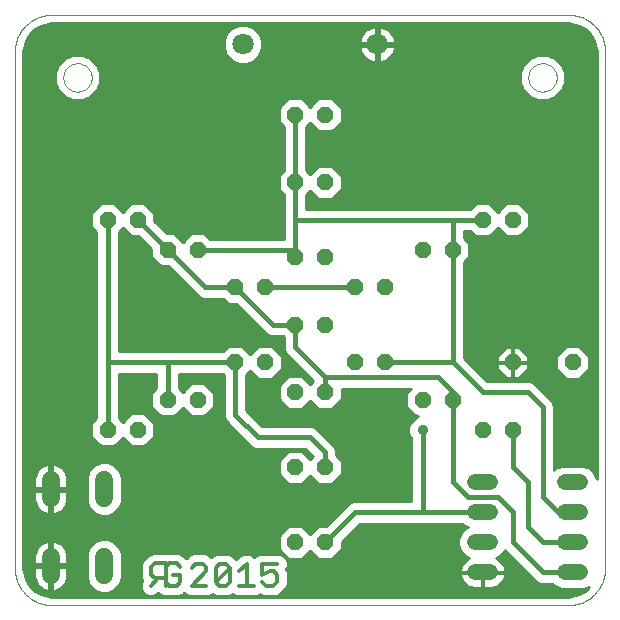
<source format=gtl>
G75*
G70*
%OFA0B0*%
%FSLAX24Y24*%
%IPPOS*%
%LPD*%
%AMOC8*
5,1,8,0,0,1.08239X$1,22.5*
%
%ADD10C,0.0000*%
%ADD11OC8,0.0520*%
%ADD12C,0.0520*%
%ADD13C,0.0600*%
%ADD14C,0.0120*%
%ADD15C,0.0709*%
%ADD16C,0.0160*%
%ADD17C,0.0357*%
%ADD18C,0.0100*%
D10*
X000559Y001809D02*
X000559Y018994D01*
X000561Y019062D01*
X000566Y019129D01*
X000575Y019196D01*
X000588Y019263D01*
X000605Y019328D01*
X000624Y019393D01*
X000648Y019457D01*
X000675Y019519D01*
X000705Y019580D01*
X000738Y019638D01*
X000774Y019695D01*
X000814Y019750D01*
X000856Y019803D01*
X000902Y019854D01*
X000949Y019901D01*
X001000Y019947D01*
X001053Y019989D01*
X001108Y020029D01*
X001165Y020065D01*
X001223Y020098D01*
X001284Y020128D01*
X001346Y020155D01*
X001410Y020179D01*
X001475Y020198D01*
X001540Y020215D01*
X001607Y020228D01*
X001674Y020237D01*
X001741Y020242D01*
X001809Y020244D01*
X018994Y020244D01*
X019062Y020242D01*
X019129Y020237D01*
X019196Y020228D01*
X019263Y020215D01*
X019328Y020198D01*
X019393Y020179D01*
X019457Y020155D01*
X019519Y020128D01*
X019580Y020098D01*
X019638Y020065D01*
X019695Y020029D01*
X019750Y019989D01*
X019803Y019947D01*
X019854Y019901D01*
X019901Y019854D01*
X019947Y019803D01*
X019989Y019750D01*
X020029Y019695D01*
X020065Y019638D01*
X020098Y019580D01*
X020128Y019519D01*
X020155Y019457D01*
X020179Y019393D01*
X020198Y019328D01*
X020215Y019263D01*
X020228Y019196D01*
X020237Y019129D01*
X020242Y019062D01*
X020244Y018994D01*
X020244Y001809D01*
X020242Y001741D01*
X020237Y001674D01*
X020228Y001607D01*
X020215Y001540D01*
X020198Y001475D01*
X020179Y001410D01*
X020155Y001346D01*
X020128Y001284D01*
X020098Y001223D01*
X020065Y001165D01*
X020029Y001108D01*
X019989Y001053D01*
X019947Y001000D01*
X019901Y000949D01*
X019854Y000902D01*
X019803Y000856D01*
X019750Y000814D01*
X019695Y000774D01*
X019638Y000738D01*
X019580Y000705D01*
X019519Y000675D01*
X019457Y000648D01*
X019393Y000624D01*
X019328Y000605D01*
X019263Y000588D01*
X019196Y000575D01*
X019129Y000566D01*
X019062Y000561D01*
X018994Y000559D01*
X001809Y000559D01*
X001741Y000561D01*
X001674Y000566D01*
X001607Y000575D01*
X001540Y000588D01*
X001475Y000605D01*
X001410Y000624D01*
X001346Y000648D01*
X001284Y000675D01*
X001223Y000705D01*
X001165Y000738D01*
X001108Y000774D01*
X001053Y000814D01*
X001000Y000856D01*
X000949Y000902D01*
X000902Y000949D01*
X000856Y001000D01*
X000814Y001053D01*
X000774Y001108D01*
X000738Y001165D01*
X000705Y001223D01*
X000675Y001284D01*
X000648Y001346D01*
X000624Y001410D01*
X000605Y001475D01*
X000588Y001540D01*
X000575Y001607D01*
X000566Y001674D01*
X000561Y001741D01*
X000559Y001809D01*
X002179Y018151D02*
X002181Y018194D01*
X002187Y018236D01*
X002197Y018278D01*
X002210Y018319D01*
X002227Y018359D01*
X002248Y018396D01*
X002272Y018432D01*
X002299Y018465D01*
X002329Y018496D01*
X002362Y018524D01*
X002397Y018549D01*
X002434Y018570D01*
X002473Y018588D01*
X002513Y018602D01*
X002555Y018613D01*
X002597Y018620D01*
X002640Y018623D01*
X002683Y018622D01*
X002726Y018617D01*
X002768Y018608D01*
X002809Y018596D01*
X002849Y018580D01*
X002887Y018560D01*
X002923Y018537D01*
X002957Y018510D01*
X002989Y018481D01*
X003017Y018449D01*
X003043Y018414D01*
X003065Y018378D01*
X003084Y018339D01*
X003099Y018299D01*
X003111Y018258D01*
X003119Y018215D01*
X003123Y018172D01*
X003123Y018130D01*
X003119Y018087D01*
X003111Y018044D01*
X003099Y018003D01*
X003084Y017963D01*
X003065Y017924D01*
X003043Y017888D01*
X003017Y017853D01*
X002989Y017821D01*
X002957Y017792D01*
X002923Y017765D01*
X002887Y017742D01*
X002849Y017722D01*
X002809Y017706D01*
X002768Y017694D01*
X002726Y017685D01*
X002683Y017680D01*
X002640Y017679D01*
X002597Y017682D01*
X002555Y017689D01*
X002513Y017700D01*
X002473Y017714D01*
X002434Y017732D01*
X002397Y017753D01*
X002362Y017778D01*
X002329Y017806D01*
X002299Y017837D01*
X002272Y017870D01*
X002248Y017906D01*
X002227Y017943D01*
X002210Y017983D01*
X002197Y018024D01*
X002187Y018066D01*
X002181Y018108D01*
X002179Y018151D01*
X017679Y018151D02*
X017681Y018194D01*
X017687Y018236D01*
X017697Y018278D01*
X017710Y018319D01*
X017727Y018359D01*
X017748Y018396D01*
X017772Y018432D01*
X017799Y018465D01*
X017829Y018496D01*
X017862Y018524D01*
X017897Y018549D01*
X017934Y018570D01*
X017973Y018588D01*
X018013Y018602D01*
X018055Y018613D01*
X018097Y018620D01*
X018140Y018623D01*
X018183Y018622D01*
X018226Y018617D01*
X018268Y018608D01*
X018309Y018596D01*
X018349Y018580D01*
X018387Y018560D01*
X018423Y018537D01*
X018457Y018510D01*
X018489Y018481D01*
X018517Y018449D01*
X018543Y018414D01*
X018565Y018378D01*
X018584Y018339D01*
X018599Y018299D01*
X018611Y018258D01*
X018619Y018215D01*
X018623Y018172D01*
X018623Y018130D01*
X018619Y018087D01*
X018611Y018044D01*
X018599Y018003D01*
X018584Y017963D01*
X018565Y017924D01*
X018543Y017888D01*
X018517Y017853D01*
X018489Y017821D01*
X018457Y017792D01*
X018423Y017765D01*
X018387Y017742D01*
X018349Y017722D01*
X018309Y017706D01*
X018268Y017694D01*
X018226Y017685D01*
X018183Y017680D01*
X018140Y017679D01*
X018097Y017682D01*
X018055Y017689D01*
X018013Y017700D01*
X017973Y017714D01*
X017934Y017732D01*
X017897Y017753D01*
X017862Y017778D01*
X017829Y017806D01*
X017799Y017837D01*
X017772Y017870D01*
X017748Y017906D01*
X017727Y017943D01*
X017710Y017983D01*
X017697Y018024D01*
X017687Y018066D01*
X017681Y018108D01*
X017679Y018151D01*
D11*
X017151Y013401D03*
X016151Y013401D03*
X015151Y012401D03*
X014151Y012401D03*
X012901Y011151D03*
X011901Y011151D03*
X010901Y012151D03*
X009901Y012151D03*
X008901Y011151D03*
X007901Y011151D03*
X006651Y012401D03*
X005651Y012401D03*
X004651Y013401D03*
X003651Y013401D03*
X007901Y008651D03*
X008901Y008651D03*
X009901Y007651D03*
X010901Y007651D03*
X011901Y008651D03*
X012901Y008651D03*
X014151Y007401D03*
X015151Y007401D03*
X016151Y006401D03*
X017151Y006401D03*
X017151Y008651D03*
X019151Y008651D03*
X010901Y009901D03*
X009901Y009901D03*
X006651Y007401D03*
X005651Y007401D03*
X004651Y006401D03*
X003651Y006401D03*
X009901Y005151D03*
X010901Y005151D03*
X010901Y002651D03*
X009901Y002651D03*
X009901Y014651D03*
X010901Y014651D03*
X010901Y016901D03*
X009901Y016901D03*
D12*
X015891Y004651D02*
X016411Y004651D01*
X016411Y003651D02*
X015891Y003651D01*
X015891Y002651D02*
X016411Y002651D01*
X016411Y001651D02*
X015891Y001651D01*
X018891Y001651D02*
X019411Y001651D01*
X019411Y002651D02*
X018891Y002651D01*
X018891Y003651D02*
X019411Y003651D01*
X019411Y004651D02*
X018891Y004651D01*
D13*
X003541Y004731D02*
X003541Y004131D01*
X001761Y004131D02*
X001761Y004731D01*
X001761Y002171D02*
X001761Y001571D01*
X003541Y001571D02*
X003541Y002171D01*
D14*
X005101Y001831D02*
X005101Y001581D01*
X005221Y001461D01*
X005341Y001461D01*
X005101Y001211D01*
X005341Y001461D02*
X005591Y001461D01*
X005591Y001831D01*
X005591Y001951D01*
X005221Y001951D01*
X005101Y001831D01*
X005591Y001831D02*
X005711Y001951D01*
X005951Y001951D01*
X006071Y001831D01*
X006081Y001581D02*
X005831Y001581D01*
X006081Y001581D02*
X006081Y001341D01*
X005961Y001211D01*
X005711Y001211D01*
X005591Y001331D01*
X005591Y001211D01*
X005591Y001331D02*
X005591Y001461D01*
X006451Y001211D02*
X006941Y001691D01*
X006941Y001811D01*
X006941Y001821D02*
X006821Y001941D01*
X006581Y001941D01*
X006451Y001811D01*
X006451Y001211D02*
X006941Y001211D01*
X007251Y001331D02*
X007371Y001211D01*
X007611Y001211D01*
X007731Y001331D01*
X007731Y001811D01*
X007611Y001931D01*
X007371Y001931D01*
X007251Y001811D01*
X007251Y001331D01*
X007721Y001811D01*
X008041Y001689D02*
X008284Y001931D01*
X008284Y001924D02*
X008284Y001219D01*
X008524Y001211D02*
X008039Y001211D01*
X008811Y001331D02*
X008931Y001211D01*
X009181Y001211D01*
X009301Y001331D01*
X009301Y001571D01*
X009301Y001581D02*
X009191Y001691D01*
X009061Y001691D01*
X008811Y001571D01*
X008811Y001931D01*
X009301Y001931D01*
D15*
X008161Y019256D03*
X012641Y019256D03*
D16*
X009901Y016901D02*
X009901Y014651D01*
X009901Y013401D01*
X015151Y013401D01*
X015151Y012401D01*
X015151Y008651D01*
X012901Y008651D01*
X014651Y008151D02*
X010901Y008151D01*
X009901Y009151D01*
X009901Y009901D01*
X009151Y009901D01*
X007901Y011151D01*
X006901Y011151D01*
X005651Y012401D01*
X004651Y013401D01*
X003651Y013401D02*
X003651Y008651D01*
X003651Y006401D01*
X005651Y007401D02*
X005651Y008651D01*
X003651Y008651D01*
X005651Y008651D02*
X007901Y008651D01*
X007901Y006901D01*
X008651Y006151D01*
X010401Y006151D01*
X010901Y005651D01*
X010901Y005151D01*
X011901Y003651D02*
X010901Y002651D01*
X011901Y003651D02*
X014151Y003651D01*
X014151Y006401D01*
X015151Y007401D02*
X015151Y004651D01*
X015651Y004151D01*
X016651Y004151D01*
X017151Y003651D01*
X017151Y002651D01*
X018151Y001651D01*
X019151Y001651D01*
X019151Y002651D02*
X018151Y002651D01*
X017651Y003151D01*
X017651Y004651D01*
X017151Y005151D01*
X017151Y006401D01*
X018151Y007151D02*
X018151Y004151D01*
X018651Y003651D01*
X019151Y003651D01*
X016151Y003651D02*
X014151Y003651D01*
X015151Y007401D02*
X015151Y007651D01*
X014651Y008151D01*
X015151Y008651D02*
X016151Y007651D01*
X017651Y007651D01*
X018151Y007151D01*
X016151Y013401D02*
X015151Y013401D01*
X011901Y011151D02*
X008901Y011151D01*
X009901Y012151D02*
X009901Y012401D01*
X006651Y012401D01*
X009901Y012401D02*
X009901Y013401D01*
X010901Y008151D02*
X010901Y007651D01*
D17*
X014151Y006401D03*
D18*
X001422Y001138D02*
X001133Y001138D01*
X001047Y001224D02*
X000922Y001441D01*
X000857Y001683D01*
X000849Y001809D01*
X000849Y018936D01*
X000849Y018994D01*
X000857Y019119D01*
X000922Y019361D01*
X001047Y019578D01*
X001224Y019755D01*
X001441Y019881D01*
X001683Y019946D01*
X001809Y019954D01*
X018994Y019954D01*
X019119Y019946D01*
X019119Y019946D01*
X019361Y019881D01*
X019578Y019755D01*
X019755Y019578D01*
X019881Y019361D01*
X019946Y019119D01*
X019954Y018994D01*
X019954Y018936D01*
X019954Y004779D01*
X019877Y004963D01*
X019723Y005117D01*
X019521Y005201D01*
X018782Y005201D01*
X018580Y005117D01*
X018521Y005059D01*
X018521Y007225D01*
X018465Y007361D01*
X018361Y007465D01*
X017861Y007965D01*
X017725Y008021D01*
X017578Y008021D01*
X016304Y008021D01*
X015521Y008804D01*
X015521Y011993D01*
X015701Y012173D01*
X015701Y012629D01*
X015521Y012809D01*
X015521Y013031D01*
X015743Y013031D01*
X015923Y012851D01*
X016379Y012851D01*
X016651Y013123D01*
X016923Y012851D01*
X017379Y012851D01*
X017701Y013173D01*
X017701Y013629D01*
X017379Y013951D01*
X016923Y013951D01*
X016651Y013679D01*
X016379Y013951D01*
X015923Y013951D01*
X015743Y013771D01*
X015225Y013771D01*
X015078Y013771D01*
X010271Y013771D01*
X010271Y014243D01*
X010401Y014373D01*
X010673Y014101D01*
X011129Y014101D01*
X011451Y014423D01*
X011451Y014879D01*
X011129Y015201D01*
X010673Y015201D01*
X010401Y014929D01*
X010271Y015059D01*
X010271Y016493D01*
X010401Y016623D01*
X010673Y016351D01*
X011129Y016351D01*
X011451Y016673D01*
X011451Y017129D01*
X011129Y017451D01*
X010673Y017451D01*
X010401Y017179D01*
X010129Y017451D01*
X009673Y017451D01*
X009351Y017129D01*
X009351Y016673D01*
X009531Y016493D01*
X009531Y015059D01*
X009351Y014879D01*
X009351Y014423D01*
X009531Y014243D01*
X009531Y013475D01*
X009531Y013328D01*
X009531Y012771D01*
X007059Y012771D01*
X006879Y012951D01*
X006423Y012951D01*
X006151Y012679D01*
X005879Y012951D01*
X005624Y012951D01*
X005201Y013374D01*
X005201Y013629D01*
X004879Y013951D01*
X004423Y013951D01*
X004151Y013679D01*
X003879Y013951D01*
X003423Y013951D01*
X003101Y013629D01*
X003101Y013173D01*
X003281Y012993D01*
X003281Y008578D01*
X003281Y006809D01*
X003101Y006629D01*
X003101Y006173D01*
X003423Y005851D01*
X003879Y005851D01*
X004151Y006123D01*
X004423Y005851D01*
X004879Y005851D01*
X005201Y006173D01*
X005201Y006629D01*
X004879Y006951D01*
X004423Y006951D01*
X004151Y006679D01*
X004021Y006809D01*
X004021Y008281D01*
X005281Y008281D01*
X005281Y007809D01*
X005101Y007629D01*
X005101Y007173D01*
X005423Y006851D01*
X005879Y006851D01*
X006151Y007123D01*
X006423Y006851D01*
X006879Y006851D01*
X007201Y007173D01*
X007201Y007629D01*
X006879Y007951D01*
X006423Y007951D01*
X006151Y007679D01*
X006021Y007809D01*
X006021Y008281D01*
X007493Y008281D01*
X007531Y008243D01*
X007531Y006975D01*
X007531Y006828D01*
X007588Y006692D01*
X008338Y005942D01*
X008442Y005838D01*
X008578Y005781D01*
X010248Y005781D01*
X010501Y005529D01*
X010401Y005429D01*
X010129Y005701D01*
X009673Y005701D01*
X009351Y005379D01*
X009351Y004923D01*
X009673Y004601D01*
X010129Y004601D01*
X010401Y004873D01*
X010673Y004601D01*
X011129Y004601D01*
X011451Y004923D01*
X011451Y005379D01*
X011271Y005559D01*
X011271Y005725D01*
X011215Y005861D01*
X011111Y005965D01*
X010611Y006465D01*
X010475Y006521D01*
X010328Y006521D01*
X008804Y006521D01*
X008271Y007054D01*
X008271Y008243D01*
X008401Y008373D01*
X008673Y008101D01*
X009129Y008101D01*
X009451Y008423D01*
X009451Y008879D01*
X009129Y009201D01*
X008673Y009201D01*
X008401Y008929D01*
X008129Y009201D01*
X007673Y009201D01*
X007493Y009021D01*
X005725Y009021D01*
X005578Y009021D01*
X004021Y009021D01*
X004021Y012993D01*
X004151Y013123D01*
X004423Y012851D01*
X004678Y012851D01*
X005101Y012428D01*
X005101Y012173D01*
X005423Y011851D01*
X005678Y011851D01*
X006692Y010838D01*
X006828Y010781D01*
X006975Y010781D01*
X007493Y010781D01*
X007673Y010601D01*
X007928Y010601D01*
X008942Y009588D01*
X009078Y009531D01*
X009225Y009531D01*
X009493Y009531D01*
X009531Y009493D01*
X009531Y009078D01*
X009588Y008942D01*
X009692Y008838D01*
X010501Y008029D01*
X010401Y007929D01*
X010129Y008201D01*
X009673Y008201D01*
X009351Y007879D01*
X009351Y007423D01*
X009673Y007101D01*
X010129Y007101D01*
X010401Y007373D01*
X010673Y007101D01*
X011129Y007101D01*
X011451Y007423D01*
X011451Y007781D01*
X013754Y007781D01*
X013601Y007629D01*
X013601Y007173D01*
X013923Y006851D01*
X014014Y006851D01*
X013886Y006798D01*
X013754Y006667D01*
X013683Y006494D01*
X013683Y006308D01*
X013754Y006136D01*
X013781Y006109D01*
X013781Y004021D01*
X011975Y004021D01*
X011828Y004021D01*
X011692Y003965D01*
X010928Y003201D01*
X010673Y003201D01*
X010401Y002929D01*
X010129Y003201D01*
X009673Y003201D01*
X009351Y002879D01*
X009351Y002423D01*
X009673Y002101D01*
X010129Y002101D01*
X010401Y002373D01*
X010673Y002101D01*
X011129Y002101D01*
X011451Y002423D01*
X011451Y002678D01*
X012054Y003281D01*
X014078Y003281D01*
X014225Y003281D01*
X015483Y003281D01*
X015580Y003185D01*
X015661Y003151D01*
X015580Y003117D01*
X015425Y002963D01*
X015341Y002761D01*
X015341Y002542D01*
X015425Y002340D01*
X015580Y002185D01*
X015713Y002130D01*
X015695Y002124D01*
X011151Y002124D01*
X011250Y002222D02*
X015543Y002222D01*
X015444Y002321D02*
X011349Y002321D01*
X011447Y002419D02*
X015392Y002419D01*
X015351Y002518D02*
X011451Y002518D01*
X011451Y002616D02*
X015341Y002616D01*
X015341Y002715D02*
X011488Y002715D01*
X011587Y002813D02*
X015363Y002813D01*
X015404Y002912D02*
X011685Y002912D01*
X011784Y003011D02*
X015473Y003011D01*
X015571Y003109D02*
X011882Y003109D01*
X011981Y003208D02*
X015557Y003208D01*
X015695Y002124D02*
X015624Y002087D01*
X015559Y002040D01*
X015502Y001983D01*
X015455Y001919D01*
X015419Y001847D01*
X015394Y001771D01*
X015381Y001691D01*
X015381Y001681D01*
X016121Y001681D01*
X016121Y001621D01*
X016181Y001621D01*
X016181Y001141D01*
X016451Y001141D01*
X016531Y001154D01*
X016607Y001179D01*
X016679Y001215D01*
X016743Y001262D01*
X016800Y001319D01*
X016847Y001384D01*
X016884Y001455D01*
X016909Y001532D01*
X016921Y001611D01*
X016921Y001621D01*
X016181Y001621D01*
X016181Y001681D01*
X016921Y001681D01*
X016921Y001691D01*
X016909Y001771D01*
X016884Y001847D01*
X016847Y001919D01*
X016800Y001983D01*
X016743Y002040D01*
X016679Y002087D01*
X016607Y002124D01*
X016589Y002130D01*
X016723Y002185D01*
X016877Y002340D01*
X016896Y002384D01*
X016942Y002338D01*
X017942Y001338D01*
X018078Y001281D01*
X018225Y001281D01*
X018483Y001281D01*
X018580Y001185D01*
X018782Y001101D01*
X019521Y001101D01*
X019711Y001180D01*
X019578Y001047D01*
X019361Y000922D01*
X019119Y000857D01*
X018994Y000849D01*
X001866Y000849D01*
X001809Y000849D01*
X001683Y000857D01*
X001441Y000922D01*
X001224Y001047D01*
X001047Y001224D01*
X001040Y001237D02*
X001324Y001237D01*
X001342Y001213D02*
X001403Y001152D01*
X001473Y001101D01*
X001550Y001062D01*
X001632Y001035D01*
X001711Y001022D01*
X001711Y001821D01*
X001811Y001821D01*
X001811Y001022D01*
X001890Y001035D01*
X001972Y001062D01*
X002049Y001101D01*
X002120Y001152D01*
X002181Y001213D01*
X002232Y001283D01*
X002271Y001360D01*
X002298Y001442D01*
X002311Y001528D01*
X002311Y001821D01*
X001811Y001821D01*
X001811Y001921D01*
X002311Y001921D01*
X002311Y002215D01*
X002298Y002300D01*
X002271Y002382D01*
X002232Y002459D01*
X002181Y002530D01*
X002120Y002591D01*
X002049Y002642D01*
X001972Y002681D01*
X001890Y002708D01*
X001811Y002720D01*
X001811Y001921D01*
X001711Y001921D01*
X001711Y001821D01*
X001211Y001821D01*
X001211Y001528D01*
X001225Y001442D01*
X001252Y001360D01*
X001291Y001283D01*
X001342Y001213D01*
X001264Y001335D02*
X000983Y001335D01*
X000926Y001434D02*
X001228Y001434D01*
X001211Y001532D02*
X000897Y001532D01*
X000871Y001631D02*
X001211Y001631D01*
X001211Y001729D02*
X000854Y001729D01*
X000849Y001828D02*
X001711Y001828D01*
X001711Y001921D02*
X001211Y001921D01*
X001211Y002215D01*
X001225Y002300D01*
X001252Y002382D01*
X001291Y002459D01*
X001342Y002530D01*
X001403Y002591D01*
X001473Y002642D01*
X001550Y002681D01*
X001632Y002708D01*
X001711Y002720D01*
X001711Y001921D01*
X001711Y001927D02*
X001811Y001927D01*
X001811Y002025D02*
X001711Y002025D01*
X001711Y002124D02*
X001811Y002124D01*
X001811Y002222D02*
X001711Y002222D01*
X001711Y002321D02*
X001811Y002321D01*
X001811Y002419D02*
X001711Y002419D01*
X001711Y002518D02*
X001811Y002518D01*
X001811Y002616D02*
X001711Y002616D01*
X001711Y002715D02*
X001811Y002715D01*
X001845Y002715D02*
X003312Y002715D01*
X003207Y002671D02*
X003041Y002505D01*
X002951Y002289D01*
X002951Y001454D01*
X003041Y001237D01*
X003207Y001071D01*
X003424Y000981D01*
X003659Y000981D01*
X003875Y001071D01*
X004041Y001237D01*
X004751Y001237D01*
X004750Y001274D02*
X004753Y001134D01*
X004809Y001007D01*
X004909Y000911D01*
X005039Y000860D01*
X005178Y000863D01*
X005306Y000919D01*
X005346Y000961D01*
X005393Y000915D01*
X005522Y000861D01*
X005661Y000861D01*
X005781Y000861D01*
X005899Y000861D01*
X005906Y000859D01*
X005968Y000861D01*
X006031Y000861D01*
X006038Y000864D01*
X006045Y000864D01*
X006101Y000890D01*
X006159Y000915D01*
X006165Y000920D01*
X006171Y000923D01*
X006206Y000961D01*
X006250Y000917D01*
X006252Y000916D01*
X006253Y000915D01*
X006316Y000888D01*
X006378Y000862D01*
X006380Y000862D01*
X006382Y000861D01*
X006449Y000861D01*
X006517Y000861D01*
X006519Y000861D01*
X007011Y000861D01*
X007139Y000915D01*
X007156Y000931D01*
X007173Y000915D01*
X007302Y000861D01*
X007441Y000861D01*
X007542Y000861D01*
X007681Y000861D01*
X007809Y000915D01*
X007825Y000930D01*
X007840Y000915D01*
X007969Y000861D01*
X008593Y000861D01*
X008722Y000915D01*
X008727Y000920D01*
X008733Y000915D01*
X008862Y000861D01*
X009001Y000861D01*
X009251Y000861D01*
X009379Y000915D01*
X009478Y001013D01*
X009598Y001133D01*
X009651Y001262D01*
X009651Y001401D01*
X009651Y001641D01*
X009651Y001651D01*
X009608Y001756D01*
X009651Y001862D01*
X009651Y002001D01*
X009598Y002129D01*
X009499Y002228D01*
X009371Y002281D01*
X008881Y002281D01*
X008742Y002281D01*
X008613Y002228D01*
X008547Y002162D01*
X008482Y002228D01*
X008353Y002281D01*
X008214Y002281D01*
X008085Y002228D01*
X007947Y002090D01*
X007908Y002129D01*
X007809Y002228D01*
X007681Y002281D01*
X007441Y002281D01*
X007302Y002281D01*
X007173Y002228D01*
X007101Y002156D01*
X007019Y002238D01*
X006891Y002291D01*
X006752Y002291D01*
X006512Y002291D01*
X006383Y002238D01*
X006285Y002139D01*
X006271Y002126D01*
X006149Y002248D01*
X006021Y002301D01*
X005882Y002301D01*
X005661Y002301D01*
X005291Y002301D01*
X005152Y002301D01*
X005023Y002248D01*
X004903Y002128D01*
X004805Y002029D01*
X004751Y001901D01*
X004751Y001651D01*
X004751Y001512D01*
X004798Y001398D01*
X004750Y001274D01*
X004774Y001335D02*
X004082Y001335D01*
X004041Y001237D02*
X004131Y001454D01*
X004131Y002289D01*
X004041Y002505D01*
X003875Y002671D01*
X003659Y002761D01*
X003424Y002761D01*
X003207Y002671D01*
X003152Y002616D02*
X002084Y002616D01*
X002189Y002518D02*
X003053Y002518D01*
X003005Y002419D02*
X002252Y002419D01*
X002291Y002321D02*
X002965Y002321D01*
X002951Y002222D02*
X002310Y002222D01*
X002311Y002124D02*
X002951Y002124D01*
X002951Y002025D02*
X002311Y002025D01*
X002311Y001927D02*
X002951Y001927D01*
X002951Y001828D02*
X001811Y001828D01*
X001811Y001729D02*
X001711Y001729D01*
X001711Y001631D02*
X001811Y001631D01*
X001811Y001532D02*
X001711Y001532D01*
X001711Y001434D02*
X001811Y001434D01*
X001811Y001335D02*
X001711Y001335D01*
X001711Y001237D02*
X001811Y001237D01*
X001811Y001138D02*
X001711Y001138D01*
X001711Y001040D02*
X001811Y001040D01*
X001905Y001040D02*
X003283Y001040D01*
X003140Y001138D02*
X002101Y001138D01*
X002198Y001237D02*
X003041Y001237D01*
X003000Y001335D02*
X002258Y001335D01*
X002295Y001434D02*
X002960Y001434D01*
X002951Y001532D02*
X002311Y001532D01*
X002311Y001631D02*
X002951Y001631D01*
X002951Y001729D02*
X002311Y001729D01*
X001618Y001040D02*
X001237Y001040D01*
X001408Y000941D02*
X004877Y000941D01*
X004794Y001040D02*
X003800Y001040D01*
X003943Y001138D02*
X004753Y001138D01*
X004783Y001434D02*
X004123Y001434D01*
X004131Y001532D02*
X004751Y001532D01*
X004751Y001631D02*
X004131Y001631D01*
X004131Y001729D02*
X004751Y001729D01*
X004751Y001828D02*
X004131Y001828D01*
X004131Y001927D02*
X004762Y001927D01*
X004803Y002025D02*
X004131Y002025D01*
X004131Y002124D02*
X004899Y002124D01*
X004997Y002222D02*
X004131Y002222D01*
X004118Y002321D02*
X009454Y002321D01*
X009505Y002222D02*
X009553Y002222D01*
X009600Y002124D02*
X009651Y002124D01*
X009641Y002025D02*
X015544Y002025D01*
X015461Y001927D02*
X009651Y001927D01*
X009637Y001828D02*
X015412Y001828D01*
X015387Y001729D02*
X009619Y001729D01*
X009651Y001631D02*
X016121Y001631D01*
X016121Y001621D02*
X015381Y001621D01*
X015381Y001611D01*
X015394Y001532D01*
X015419Y001455D01*
X015455Y001384D01*
X015502Y001319D01*
X015559Y001262D01*
X015624Y001215D01*
X015695Y001179D01*
X015772Y001154D01*
X015851Y001141D01*
X016121Y001141D01*
X016121Y001621D01*
X016181Y001631D02*
X017648Y001631D01*
X017550Y001729D02*
X016915Y001729D01*
X016890Y001828D02*
X017451Y001828D01*
X017353Y001927D02*
X016842Y001927D01*
X016759Y002025D02*
X017254Y002025D01*
X017156Y002124D02*
X016607Y002124D01*
X016760Y002222D02*
X017057Y002222D01*
X016959Y002321D02*
X016859Y002321D01*
X016909Y001532D02*
X017747Y001532D01*
X017845Y001434D02*
X016873Y001434D01*
X016812Y001335D02*
X017947Y001335D01*
X018528Y001237D02*
X016708Y001237D01*
X016181Y001237D02*
X016121Y001237D01*
X016121Y001335D02*
X016181Y001335D01*
X016181Y001434D02*
X016121Y001434D01*
X016121Y001532D02*
X016181Y001532D01*
X015594Y001237D02*
X009641Y001237D01*
X009651Y001335D02*
X015490Y001335D01*
X015430Y001434D02*
X009651Y001434D01*
X009651Y001532D02*
X015394Y001532D01*
X013781Y004094D02*
X004131Y004094D01*
X004131Y004014D02*
X004131Y004849D01*
X004041Y005065D01*
X003875Y005231D01*
X003659Y005321D01*
X003424Y005321D01*
X003207Y005231D01*
X003041Y005065D01*
X002951Y004849D01*
X002951Y004014D01*
X003041Y003797D01*
X003207Y003631D01*
X003424Y003541D01*
X003659Y003541D01*
X003875Y003631D01*
X004041Y003797D01*
X004131Y004014D01*
X004124Y003996D02*
X011767Y003996D01*
X011624Y003897D02*
X004083Y003897D01*
X004042Y003799D02*
X011526Y003799D01*
X011427Y003700D02*
X003945Y003700D01*
X003805Y003602D02*
X011329Y003602D01*
X011230Y003503D02*
X000849Y003503D01*
X000849Y003405D02*
X011131Y003405D01*
X011033Y003306D02*
X000849Y003306D01*
X000849Y003208D02*
X010934Y003208D01*
X010581Y003109D02*
X010221Y003109D01*
X010320Y003011D02*
X010483Y003011D01*
X010454Y002321D02*
X010349Y002321D01*
X010250Y002222D02*
X010553Y002222D01*
X010651Y002124D02*
X010151Y002124D01*
X009355Y002419D02*
X004077Y002419D01*
X004029Y002518D02*
X009351Y002518D01*
X009351Y002616D02*
X003931Y002616D01*
X003771Y002715D02*
X009351Y002715D01*
X009351Y002813D02*
X000849Y002813D01*
X000849Y002715D02*
X001678Y002715D01*
X001438Y002616D02*
X000849Y002616D01*
X000849Y002518D02*
X001333Y002518D01*
X001270Y002419D02*
X000849Y002419D01*
X000849Y002321D02*
X001232Y002321D01*
X001212Y002222D02*
X000849Y002222D01*
X000849Y002124D02*
X001211Y002124D01*
X001211Y002025D02*
X000849Y002025D01*
X000849Y001927D02*
X001211Y001927D01*
X000849Y002912D02*
X009384Y002912D01*
X009483Y003011D02*
X000849Y003011D01*
X000849Y003109D02*
X009581Y003109D01*
X008607Y002222D02*
X008488Y002222D01*
X008080Y002222D02*
X007815Y002222D01*
X007914Y002124D02*
X007981Y002124D01*
X007167Y002222D02*
X007035Y002222D01*
X006367Y002222D02*
X006175Y002222D01*
X006188Y000941D02*
X006226Y000941D01*
X005366Y000941D02*
X005327Y000941D01*
X003278Y003602D02*
X001911Y003602D01*
X001890Y003595D02*
X001972Y003622D01*
X002049Y003661D01*
X002120Y003712D01*
X002181Y003773D01*
X002232Y003843D01*
X002271Y003920D01*
X002298Y004002D01*
X002311Y004088D01*
X002311Y004381D01*
X001811Y004381D01*
X001811Y003582D01*
X001890Y003595D01*
X001811Y003602D02*
X001711Y003602D01*
X001711Y003582D02*
X001711Y004381D01*
X001811Y004381D01*
X001811Y004481D01*
X002311Y004481D01*
X002311Y004775D01*
X002298Y004860D01*
X002271Y004942D01*
X002232Y005019D01*
X002181Y005090D01*
X002120Y005151D01*
X002049Y005202D01*
X001972Y005241D01*
X001890Y005268D01*
X001811Y005280D01*
X001811Y004481D01*
X001711Y004481D01*
X001711Y004381D01*
X001211Y004381D01*
X001211Y004088D01*
X001225Y004002D01*
X001252Y003920D01*
X001291Y003843D01*
X001342Y003773D01*
X001403Y003712D01*
X001473Y003661D01*
X001550Y003622D01*
X001632Y003595D01*
X001711Y003582D01*
X001611Y003602D02*
X000849Y003602D01*
X000849Y003700D02*
X001419Y003700D01*
X001323Y003799D02*
X000849Y003799D01*
X000849Y003897D02*
X001263Y003897D01*
X001227Y003996D02*
X000849Y003996D01*
X000849Y004094D02*
X001211Y004094D01*
X001211Y004193D02*
X000849Y004193D01*
X000849Y004292D02*
X001211Y004292D01*
X001211Y004481D02*
X001711Y004481D01*
X001711Y005280D01*
X001632Y005268D01*
X001550Y005241D01*
X001473Y005202D01*
X001403Y005151D01*
X001342Y005090D01*
X001291Y005019D01*
X001252Y004942D01*
X001225Y004860D01*
X001211Y004775D01*
X001211Y004481D01*
X001211Y004489D02*
X000849Y004489D01*
X000849Y004587D02*
X001211Y004587D01*
X001211Y004686D02*
X000849Y004686D01*
X000849Y004784D02*
X001213Y004784D01*
X001232Y004883D02*
X000849Y004883D01*
X000849Y004981D02*
X001271Y004981D01*
X001335Y005080D02*
X000849Y005080D01*
X000849Y005178D02*
X001441Y005178D01*
X001691Y005277D02*
X000849Y005277D01*
X000849Y005376D02*
X009351Y005376D01*
X009351Y005277D02*
X003765Y005277D01*
X003928Y005178D02*
X009351Y005178D01*
X009351Y005080D02*
X004027Y005080D01*
X004076Y004981D02*
X009351Y004981D01*
X009392Y004883D02*
X004117Y004883D01*
X004131Y004784D02*
X009490Y004784D01*
X009589Y004686D02*
X004131Y004686D01*
X004131Y004587D02*
X013781Y004587D01*
X013781Y004489D02*
X004131Y004489D01*
X004131Y004390D02*
X013781Y004390D01*
X013781Y004292D02*
X004131Y004292D01*
X004131Y004193D02*
X013781Y004193D01*
X013781Y004686D02*
X011214Y004686D01*
X011312Y004784D02*
X013781Y004784D01*
X013781Y004883D02*
X011411Y004883D01*
X011451Y004981D02*
X013781Y004981D01*
X013781Y005080D02*
X011451Y005080D01*
X011451Y005178D02*
X013781Y005178D01*
X013781Y005277D02*
X011451Y005277D01*
X011451Y005376D02*
X013781Y005376D01*
X013781Y005474D02*
X011356Y005474D01*
X011271Y005573D02*
X013781Y005573D01*
X013781Y005671D02*
X011271Y005671D01*
X011253Y005770D02*
X013781Y005770D01*
X013781Y005868D02*
X011207Y005868D01*
X011109Y005967D02*
X013781Y005967D01*
X013781Y006065D02*
X011010Y006065D01*
X010912Y006164D02*
X013743Y006164D01*
X013702Y006262D02*
X010813Y006262D01*
X010715Y006361D02*
X013683Y006361D01*
X013683Y006460D02*
X010616Y006460D01*
X010625Y007149D02*
X010177Y007149D01*
X010276Y007248D02*
X010527Y007248D01*
X010428Y007346D02*
X010374Y007346D01*
X010393Y007938D02*
X010410Y007938D01*
X010493Y008036D02*
X010294Y008036D01*
X010196Y008135D02*
X010394Y008135D01*
X010296Y008233D02*
X009261Y008233D01*
X009163Y008135D02*
X009607Y008135D01*
X009508Y008036D02*
X008271Y008036D01*
X008271Y007938D02*
X009410Y007938D01*
X009351Y007839D02*
X008271Y007839D01*
X008271Y007741D02*
X009351Y007741D01*
X009351Y007642D02*
X008271Y007642D01*
X008271Y007544D02*
X009351Y007544D01*
X009351Y007445D02*
X008271Y007445D01*
X008271Y007346D02*
X009428Y007346D01*
X009527Y007248D02*
X008271Y007248D01*
X008271Y007149D02*
X009625Y007149D01*
X008768Y006558D02*
X013709Y006558D01*
X013750Y006657D02*
X008669Y006657D01*
X008571Y006755D02*
X013843Y006755D01*
X013921Y006854D02*
X008472Y006854D01*
X008373Y006952D02*
X013822Y006952D01*
X013724Y007051D02*
X008275Y007051D01*
X007721Y006558D02*
X005201Y006558D01*
X005201Y006460D02*
X007820Y006460D01*
X007918Y006361D02*
X005201Y006361D01*
X005201Y006262D02*
X008017Y006262D01*
X008115Y006164D02*
X005192Y006164D01*
X005093Y006065D02*
X008214Y006065D01*
X008312Y005967D02*
X004995Y005967D01*
X004896Y005868D02*
X008411Y005868D01*
X007623Y006657D02*
X005174Y006657D01*
X005075Y006755D02*
X007561Y006755D01*
X007531Y006854D02*
X006881Y006854D01*
X006980Y006952D02*
X007531Y006952D01*
X007531Y007051D02*
X007079Y007051D01*
X007177Y007149D02*
X007531Y007149D01*
X007531Y007248D02*
X007201Y007248D01*
X007201Y007346D02*
X007531Y007346D01*
X007531Y007445D02*
X007201Y007445D01*
X007201Y007544D02*
X007531Y007544D01*
X007531Y007642D02*
X007188Y007642D01*
X007090Y007741D02*
X007531Y007741D01*
X007531Y007839D02*
X006991Y007839D01*
X006893Y007938D02*
X007531Y007938D01*
X007531Y008036D02*
X006021Y008036D01*
X006021Y007938D02*
X006410Y007938D01*
X006311Y007839D02*
X006021Y007839D01*
X006090Y007741D02*
X006213Y007741D01*
X006021Y008135D02*
X007531Y008135D01*
X007531Y008233D02*
X006021Y008233D01*
X005281Y008233D02*
X004021Y008233D01*
X004021Y008135D02*
X005281Y008135D01*
X005281Y008036D02*
X004021Y008036D01*
X004021Y007938D02*
X005281Y007938D01*
X005281Y007839D02*
X004021Y007839D01*
X004021Y007741D02*
X005213Y007741D01*
X005114Y007642D02*
X004021Y007642D01*
X004021Y007544D02*
X005101Y007544D01*
X005101Y007445D02*
X004021Y007445D01*
X004021Y007346D02*
X005101Y007346D01*
X005101Y007248D02*
X004021Y007248D01*
X004021Y007149D02*
X005125Y007149D01*
X005224Y007051D02*
X004021Y007051D01*
X004021Y006952D02*
X005322Y006952D01*
X005421Y006854D02*
X004977Y006854D01*
X004326Y006854D02*
X004021Y006854D01*
X004075Y006755D02*
X004227Y006755D01*
X004209Y006065D02*
X004093Y006065D01*
X003995Y005967D02*
X004308Y005967D01*
X004406Y005868D02*
X003896Y005868D01*
X003406Y005868D02*
X000849Y005868D01*
X000849Y005770D02*
X010260Y005770D01*
X010358Y005671D02*
X010159Y005671D01*
X010258Y005573D02*
X010457Y005573D01*
X010446Y005474D02*
X010356Y005474D01*
X010312Y004784D02*
X010490Y004784D01*
X010589Y004686D02*
X010214Y004686D01*
X009446Y005474D02*
X000849Y005474D01*
X000849Y005573D02*
X009545Y005573D01*
X009643Y005671D02*
X000849Y005671D01*
X000849Y005967D02*
X003308Y005967D01*
X003209Y006065D02*
X000849Y006065D01*
X000849Y006164D02*
X003111Y006164D01*
X003101Y006262D02*
X000849Y006262D01*
X000849Y006361D02*
X003101Y006361D01*
X003101Y006460D02*
X000849Y006460D01*
X000849Y006558D02*
X003101Y006558D01*
X003129Y006657D02*
X000849Y006657D01*
X000849Y006755D02*
X003227Y006755D01*
X003281Y006854D02*
X000849Y006854D01*
X000849Y006952D02*
X003281Y006952D01*
X003281Y007051D02*
X000849Y007051D01*
X000849Y007149D02*
X003281Y007149D01*
X003281Y007248D02*
X000849Y007248D01*
X000849Y007346D02*
X003281Y007346D01*
X003281Y007445D02*
X000849Y007445D01*
X000849Y007544D02*
X003281Y007544D01*
X003281Y007642D02*
X000849Y007642D01*
X000849Y007741D02*
X003281Y007741D01*
X003281Y007839D02*
X000849Y007839D01*
X000849Y007938D02*
X003281Y007938D01*
X003281Y008036D02*
X000849Y008036D01*
X000849Y008135D02*
X003281Y008135D01*
X003281Y008233D02*
X000849Y008233D01*
X000849Y008332D02*
X003281Y008332D01*
X003281Y008430D02*
X000849Y008430D01*
X000849Y008529D02*
X003281Y008529D01*
X003281Y008627D02*
X000849Y008627D01*
X000849Y008726D02*
X003281Y008726D01*
X003281Y008825D02*
X000849Y008825D01*
X000849Y008923D02*
X003281Y008923D01*
X003281Y009022D02*
X000849Y009022D01*
X000849Y009120D02*
X003281Y009120D01*
X003281Y009219D02*
X000849Y009219D01*
X000849Y009317D02*
X003281Y009317D01*
X003281Y009416D02*
X000849Y009416D01*
X000849Y009514D02*
X003281Y009514D01*
X003281Y009613D02*
X000849Y009613D01*
X000849Y009711D02*
X003281Y009711D01*
X003281Y009810D02*
X000849Y009810D01*
X000849Y009909D02*
X003281Y009909D01*
X003281Y010007D02*
X000849Y010007D01*
X000849Y010106D02*
X003281Y010106D01*
X003281Y010204D02*
X000849Y010204D01*
X000849Y010303D02*
X003281Y010303D01*
X003281Y010401D02*
X000849Y010401D01*
X000849Y010500D02*
X003281Y010500D01*
X003281Y010598D02*
X000849Y010598D01*
X000849Y010697D02*
X003281Y010697D01*
X003281Y010795D02*
X000849Y010795D01*
X000849Y010894D02*
X003281Y010894D01*
X003281Y010993D02*
X000849Y010993D01*
X000849Y011091D02*
X003281Y011091D01*
X003281Y011190D02*
X000849Y011190D01*
X000849Y011288D02*
X003281Y011288D01*
X003281Y011387D02*
X000849Y011387D01*
X000849Y011485D02*
X003281Y011485D01*
X003281Y011584D02*
X000849Y011584D01*
X000849Y011682D02*
X003281Y011682D01*
X003281Y011781D02*
X000849Y011781D01*
X000849Y011879D02*
X003281Y011879D01*
X003281Y011978D02*
X000849Y011978D01*
X000849Y012076D02*
X003281Y012076D01*
X003281Y012175D02*
X000849Y012175D01*
X000849Y012274D02*
X003281Y012274D01*
X003281Y012372D02*
X000849Y012372D01*
X000849Y012471D02*
X003281Y012471D01*
X003281Y012569D02*
X000849Y012569D01*
X000849Y012668D02*
X003281Y012668D01*
X003281Y012766D02*
X000849Y012766D01*
X000849Y012865D02*
X003281Y012865D01*
X003281Y012963D02*
X000849Y012963D01*
X000849Y013062D02*
X003213Y013062D01*
X003114Y013160D02*
X000849Y013160D01*
X000849Y013259D02*
X003101Y013259D01*
X003101Y013358D02*
X000849Y013358D01*
X000849Y013456D02*
X003101Y013456D01*
X003101Y013555D02*
X000849Y013555D01*
X000849Y013653D02*
X003125Y013653D01*
X003224Y013752D02*
X000849Y013752D01*
X000849Y013850D02*
X003322Y013850D01*
X003421Y013949D02*
X000849Y013949D01*
X000849Y014047D02*
X009531Y014047D01*
X009531Y013949D02*
X004881Y013949D01*
X004980Y013850D02*
X009531Y013850D01*
X009531Y013752D02*
X005079Y013752D01*
X005177Y013653D02*
X009531Y013653D01*
X009531Y013555D02*
X005201Y013555D01*
X005201Y013456D02*
X009531Y013456D01*
X009531Y013358D02*
X005218Y013358D01*
X005317Y013259D02*
X009531Y013259D01*
X009531Y013160D02*
X005415Y013160D01*
X005514Y013062D02*
X009531Y013062D01*
X009531Y012963D02*
X005612Y012963D01*
X005965Y012865D02*
X006337Y012865D01*
X006239Y012766D02*
X006064Y012766D01*
X006965Y012865D02*
X009531Y012865D01*
X010271Y013850D02*
X015822Y013850D01*
X015921Y013949D02*
X010271Y013949D01*
X010271Y014047D02*
X019954Y014047D01*
X019954Y013949D02*
X017381Y013949D01*
X017480Y013850D02*
X019954Y013850D01*
X019954Y013752D02*
X017579Y013752D01*
X017677Y013653D02*
X019954Y013653D01*
X019954Y013555D02*
X017701Y013555D01*
X017701Y013456D02*
X019954Y013456D01*
X019954Y013358D02*
X017701Y013358D01*
X017701Y013259D02*
X019954Y013259D01*
X019954Y013160D02*
X017688Y013160D01*
X017590Y013062D02*
X019954Y013062D01*
X019954Y012963D02*
X017491Y012963D01*
X017393Y012865D02*
X019954Y012865D01*
X019954Y012766D02*
X015564Y012766D01*
X015521Y012865D02*
X015910Y012865D01*
X015811Y012963D02*
X015521Y012963D01*
X015663Y012668D02*
X019954Y012668D01*
X019954Y012569D02*
X015701Y012569D01*
X015701Y012471D02*
X019954Y012471D01*
X019954Y012372D02*
X015701Y012372D01*
X015701Y012274D02*
X019954Y012274D01*
X019954Y012175D02*
X015701Y012175D01*
X015604Y012076D02*
X019954Y012076D01*
X019954Y011978D02*
X015521Y011978D01*
X015521Y011879D02*
X019954Y011879D01*
X019954Y011781D02*
X015521Y011781D01*
X015521Y011682D02*
X019954Y011682D01*
X019954Y011584D02*
X015521Y011584D01*
X015521Y011485D02*
X019954Y011485D01*
X019954Y011387D02*
X015521Y011387D01*
X015521Y011288D02*
X019954Y011288D01*
X019954Y011190D02*
X015521Y011190D01*
X015521Y011091D02*
X019954Y011091D01*
X019954Y010993D02*
X015521Y010993D01*
X015521Y010894D02*
X019954Y010894D01*
X019954Y010795D02*
X015521Y010795D01*
X015521Y010697D02*
X019954Y010697D01*
X019954Y010598D02*
X015521Y010598D01*
X015521Y010500D02*
X019954Y010500D01*
X019954Y010401D02*
X015521Y010401D01*
X015521Y010303D02*
X019954Y010303D01*
X019954Y010204D02*
X015521Y010204D01*
X015521Y010106D02*
X019954Y010106D01*
X019954Y010007D02*
X015521Y010007D01*
X015521Y009909D02*
X019954Y009909D01*
X019954Y009810D02*
X015521Y009810D01*
X015521Y009711D02*
X019954Y009711D01*
X019954Y009613D02*
X015521Y009613D01*
X015521Y009514D02*
X019954Y009514D01*
X019954Y009416D02*
X015521Y009416D01*
X015521Y009317D02*
X019954Y009317D01*
X019954Y009219D02*
X015521Y009219D01*
X015521Y009120D02*
X016899Y009120D01*
X016940Y009161D02*
X016641Y008862D01*
X016641Y008681D01*
X017121Y008681D01*
X017121Y008621D01*
X017181Y008621D01*
X017181Y008141D01*
X017362Y008141D01*
X017661Y008440D01*
X017661Y008621D01*
X017181Y008621D01*
X017181Y008681D01*
X017661Y008681D01*
X017661Y008862D01*
X017362Y009161D01*
X017181Y009161D01*
X017181Y008681D01*
X017121Y008681D01*
X017121Y009161D01*
X016940Y009161D01*
X017121Y009120D02*
X017181Y009120D01*
X017181Y009022D02*
X017121Y009022D01*
X017121Y008923D02*
X017181Y008923D01*
X017181Y008825D02*
X017121Y008825D01*
X017121Y008726D02*
X017181Y008726D01*
X017181Y008627D02*
X018601Y008627D01*
X018601Y008529D02*
X017661Y008529D01*
X017652Y008430D02*
X018601Y008430D01*
X018601Y008423D02*
X018923Y008101D01*
X019379Y008101D01*
X019701Y008423D01*
X019701Y008879D01*
X019379Y009201D01*
X018923Y009201D01*
X018601Y008879D01*
X018601Y008423D01*
X018693Y008332D02*
X017553Y008332D01*
X017455Y008233D02*
X018791Y008233D01*
X018890Y008135D02*
X016191Y008135D01*
X016092Y008233D02*
X016848Y008233D01*
X016940Y008141D02*
X017121Y008141D01*
X017121Y008621D01*
X016641Y008621D01*
X016641Y008440D01*
X016940Y008141D01*
X017121Y008233D02*
X017181Y008233D01*
X017181Y008332D02*
X017121Y008332D01*
X017121Y008430D02*
X017181Y008430D01*
X017181Y008529D02*
X017121Y008529D01*
X017121Y008627D02*
X015698Y008627D01*
X015797Y008529D02*
X016641Y008529D01*
X016651Y008430D02*
X015895Y008430D01*
X015994Y008332D02*
X016749Y008332D01*
X016641Y008726D02*
X015600Y008726D01*
X015521Y008825D02*
X016641Y008825D01*
X016702Y008923D02*
X015521Y008923D01*
X015521Y009022D02*
X016800Y009022D01*
X017404Y009120D02*
X018842Y009120D01*
X018744Y009022D02*
X017502Y009022D01*
X017601Y008923D02*
X018645Y008923D01*
X018601Y008825D02*
X017661Y008825D01*
X017661Y008726D02*
X018601Y008726D01*
X017888Y007938D02*
X019954Y007938D01*
X019954Y008036D02*
X016289Y008036D01*
X017987Y007839D02*
X019954Y007839D01*
X019954Y007741D02*
X018085Y007741D01*
X018184Y007642D02*
X019954Y007642D01*
X019954Y007544D02*
X018282Y007544D01*
X018381Y007445D02*
X019954Y007445D01*
X019954Y007346D02*
X018471Y007346D01*
X018512Y007248D02*
X019954Y007248D01*
X019954Y007149D02*
X018521Y007149D01*
X018521Y007051D02*
X019954Y007051D01*
X019954Y006952D02*
X018521Y006952D01*
X018521Y006854D02*
X019954Y006854D01*
X019954Y006755D02*
X018521Y006755D01*
X018521Y006657D02*
X019954Y006657D01*
X019954Y006558D02*
X018521Y006558D01*
X018521Y006460D02*
X019954Y006460D01*
X019954Y006361D02*
X018521Y006361D01*
X018521Y006262D02*
X019954Y006262D01*
X019954Y006164D02*
X018521Y006164D01*
X018521Y006065D02*
X019954Y006065D01*
X019954Y005967D02*
X018521Y005967D01*
X018521Y005868D02*
X019954Y005868D01*
X019954Y005770D02*
X018521Y005770D01*
X018521Y005671D02*
X019954Y005671D01*
X019954Y005573D02*
X018521Y005573D01*
X018521Y005474D02*
X019954Y005474D01*
X019954Y005376D02*
X018521Y005376D01*
X018521Y005277D02*
X019954Y005277D01*
X019954Y005178D02*
X019576Y005178D01*
X019760Y005080D02*
X019954Y005080D01*
X019954Y004981D02*
X019859Y004981D01*
X019911Y004883D02*
X019954Y004883D01*
X019951Y004784D02*
X019954Y004784D01*
X018727Y005178D02*
X018521Y005178D01*
X018521Y005080D02*
X018542Y005080D01*
X019413Y008135D02*
X019954Y008135D01*
X019954Y008233D02*
X019511Y008233D01*
X019610Y008332D02*
X019954Y008332D01*
X019954Y008430D02*
X019701Y008430D01*
X019701Y008529D02*
X019954Y008529D01*
X019954Y008627D02*
X019701Y008627D01*
X019701Y008726D02*
X019954Y008726D01*
X019954Y008825D02*
X019701Y008825D01*
X019657Y008923D02*
X019954Y008923D01*
X019954Y009022D02*
X019559Y009022D01*
X019460Y009120D02*
X019954Y009120D01*
X016910Y012865D02*
X016393Y012865D01*
X016491Y012963D02*
X016811Y012963D01*
X016713Y013062D02*
X016590Y013062D01*
X016579Y013752D02*
X016724Y013752D01*
X016823Y013850D02*
X016480Y013850D01*
X016381Y013949D02*
X016921Y013949D01*
X019954Y014146D02*
X011174Y014146D01*
X011272Y014244D02*
X019954Y014244D01*
X019954Y014343D02*
X011371Y014343D01*
X011451Y014442D02*
X019954Y014442D01*
X019954Y014540D02*
X011451Y014540D01*
X011451Y014639D02*
X019954Y014639D01*
X019954Y014737D02*
X011451Y014737D01*
X011451Y014836D02*
X019954Y014836D01*
X019954Y014934D02*
X011396Y014934D01*
X011297Y015033D02*
X019954Y015033D01*
X019954Y015131D02*
X011199Y015131D01*
X010604Y015131D02*
X010271Y015131D01*
X010271Y015230D02*
X019954Y015230D01*
X019954Y015328D02*
X010271Y015328D01*
X010271Y015427D02*
X019954Y015427D01*
X019954Y015526D02*
X010271Y015526D01*
X010271Y015624D02*
X019954Y015624D01*
X019954Y015723D02*
X010271Y015723D01*
X010271Y015821D02*
X019954Y015821D01*
X019954Y015920D02*
X010271Y015920D01*
X010271Y016018D02*
X019954Y016018D01*
X019954Y016117D02*
X010271Y016117D01*
X010271Y016215D02*
X019954Y016215D01*
X019954Y016314D02*
X010271Y016314D01*
X010271Y016412D02*
X010612Y016412D01*
X010514Y016511D02*
X010289Y016511D01*
X010387Y016609D02*
X010415Y016609D01*
X010423Y017201D02*
X010380Y017201D01*
X010281Y017299D02*
X010522Y017299D01*
X010620Y017398D02*
X010182Y017398D01*
X009620Y017398D02*
X002825Y017398D01*
X002803Y017389D02*
X003083Y017505D01*
X003298Y017719D01*
X003414Y018000D01*
X003414Y018303D01*
X003298Y018583D01*
X003083Y018798D01*
X002803Y018914D01*
X002500Y018914D01*
X002219Y018798D01*
X002005Y018583D01*
X001889Y018303D01*
X001889Y018000D01*
X002005Y017719D01*
X002219Y017505D01*
X002500Y017389D01*
X002803Y017389D01*
X003063Y017496D02*
X017740Y017496D01*
X017719Y017505D02*
X018000Y017389D01*
X018303Y017389D01*
X018583Y017505D01*
X018798Y017719D01*
X018914Y018000D01*
X018914Y018303D01*
X018798Y018583D01*
X018583Y018798D01*
X018303Y018914D01*
X018000Y018914D01*
X017719Y018798D01*
X017505Y018583D01*
X017389Y018303D01*
X017389Y018000D01*
X017505Y017719D01*
X017719Y017505D01*
X017629Y017595D02*
X003173Y017595D01*
X003272Y017693D02*
X017531Y017693D01*
X017475Y017792D02*
X003328Y017792D01*
X003369Y017891D02*
X017434Y017891D01*
X017393Y017989D02*
X003409Y017989D01*
X003414Y018088D02*
X017389Y018088D01*
X017389Y018186D02*
X003414Y018186D01*
X003414Y018285D02*
X017389Y018285D01*
X017422Y018383D02*
X003380Y018383D01*
X003340Y018482D02*
X017463Y018482D01*
X017504Y018580D02*
X003299Y018580D01*
X003202Y018679D02*
X007870Y018679D01*
X007796Y018709D02*
X008033Y018611D01*
X008289Y018611D01*
X008526Y018709D01*
X008707Y018891D01*
X008805Y019127D01*
X008805Y019384D01*
X008707Y019621D01*
X008526Y019802D01*
X008289Y019900D01*
X008033Y019900D01*
X007796Y019802D01*
X007615Y019621D01*
X007517Y019384D01*
X007517Y019127D01*
X007615Y018891D01*
X007796Y018709D01*
X007728Y018777D02*
X003103Y018777D01*
X002894Y018876D02*
X007629Y018876D01*
X007580Y018975D02*
X000849Y018975D01*
X000854Y019073D02*
X007539Y019073D01*
X007517Y019172D02*
X000871Y019172D01*
X000897Y019270D02*
X007517Y019270D01*
X007517Y019369D02*
X000926Y019369D01*
X000983Y019467D02*
X007551Y019467D01*
X007592Y019566D02*
X001040Y019566D01*
X001133Y019664D02*
X007659Y019664D01*
X007757Y019763D02*
X001237Y019763D01*
X001408Y019861D02*
X007940Y019861D01*
X008382Y019861D02*
X019395Y019861D01*
X019565Y019763D02*
X012971Y019763D01*
X012958Y019772D02*
X012873Y019816D01*
X012783Y019845D01*
X012691Y019859D01*
X012691Y019306D01*
X012591Y019306D01*
X012591Y019859D01*
X012500Y019845D01*
X012409Y019816D01*
X012325Y019772D01*
X012248Y019717D01*
X012180Y019649D01*
X012125Y019572D01*
X012081Y019488D01*
X012052Y019397D01*
X012037Y019306D01*
X012591Y019306D01*
X012591Y019206D01*
X012037Y019206D01*
X012052Y019114D01*
X012081Y019024D01*
X012125Y018939D01*
X012180Y018862D01*
X012248Y018795D01*
X012325Y018739D01*
X012409Y018696D01*
X012500Y018666D01*
X012591Y018652D01*
X012591Y019205D01*
X012691Y019205D01*
X012691Y018652D01*
X012783Y018666D01*
X012873Y018696D01*
X012958Y018739D01*
X013035Y018795D01*
X013102Y018862D01*
X013158Y018939D01*
X013201Y019024D01*
X013231Y019114D01*
X013245Y019206D01*
X012692Y019206D01*
X012692Y019306D01*
X013245Y019306D01*
X013231Y019397D01*
X013201Y019488D01*
X013158Y019572D01*
X013102Y019649D01*
X013035Y019717D01*
X012958Y019772D01*
X013087Y019664D02*
X019669Y019664D01*
X019763Y019566D02*
X013162Y019566D01*
X013208Y019467D02*
X019819Y019467D01*
X019876Y019369D02*
X013235Y019369D01*
X013240Y019172D02*
X019931Y019172D01*
X019949Y019073D02*
X013217Y019073D01*
X013176Y018975D02*
X019954Y018975D01*
X019954Y018876D02*
X018394Y018876D01*
X018603Y018777D02*
X019954Y018777D01*
X019954Y018679D02*
X018702Y018679D01*
X018799Y018580D02*
X019954Y018580D01*
X019954Y018482D02*
X018840Y018482D01*
X018880Y018383D02*
X019954Y018383D01*
X019954Y018285D02*
X018914Y018285D01*
X018914Y018186D02*
X019954Y018186D01*
X019954Y018088D02*
X018914Y018088D01*
X018909Y017989D02*
X019954Y017989D01*
X019954Y017891D02*
X018869Y017891D01*
X018828Y017792D02*
X019954Y017792D01*
X019954Y017693D02*
X018772Y017693D01*
X018673Y017595D02*
X019954Y017595D01*
X019954Y017496D02*
X018563Y017496D01*
X018325Y017398D02*
X019954Y017398D01*
X019954Y017299D02*
X011281Y017299D01*
X011380Y017201D02*
X019954Y017201D01*
X019954Y017102D02*
X011451Y017102D01*
X011451Y017004D02*
X019954Y017004D01*
X019954Y016905D02*
X011451Y016905D01*
X011451Y016807D02*
X019954Y016807D01*
X019954Y016708D02*
X011451Y016708D01*
X011387Y016609D02*
X019954Y016609D01*
X019954Y016511D02*
X011289Y016511D01*
X011190Y016412D02*
X019954Y016412D01*
X017978Y017398D02*
X011182Y017398D01*
X012461Y018679D02*
X008453Y018679D01*
X008594Y018777D02*
X012271Y018777D01*
X012170Y018876D02*
X008693Y018876D01*
X008742Y018975D02*
X012106Y018975D01*
X012065Y019073D02*
X008783Y019073D01*
X008805Y019172D02*
X012043Y019172D01*
X012047Y019369D02*
X008805Y019369D01*
X008805Y019270D02*
X012591Y019270D01*
X012591Y019172D02*
X012691Y019172D01*
X012692Y019270D02*
X019905Y019270D01*
X017909Y018876D02*
X013113Y018876D01*
X013011Y018777D02*
X017699Y018777D01*
X017601Y018679D02*
X012822Y018679D01*
X012691Y018679D02*
X012591Y018679D01*
X012591Y018777D02*
X012691Y018777D01*
X012691Y018876D02*
X012591Y018876D01*
X012591Y018975D02*
X012691Y018975D01*
X012691Y019073D02*
X012591Y019073D01*
X012591Y019369D02*
X012691Y019369D01*
X012691Y019467D02*
X012591Y019467D01*
X012591Y019566D02*
X012691Y019566D01*
X012691Y019664D02*
X012591Y019664D01*
X012591Y019763D02*
X012691Y019763D01*
X012311Y019763D02*
X008565Y019763D01*
X008664Y019664D02*
X012196Y019664D01*
X012121Y019566D02*
X008730Y019566D01*
X008771Y019467D02*
X012075Y019467D01*
X009521Y017299D02*
X000849Y017299D01*
X000849Y017201D02*
X009423Y017201D01*
X009351Y017102D02*
X000849Y017102D01*
X000849Y017004D02*
X009351Y017004D01*
X009351Y016905D02*
X000849Y016905D01*
X000849Y016807D02*
X009351Y016807D01*
X009351Y016708D02*
X000849Y016708D01*
X000849Y016609D02*
X009415Y016609D01*
X009514Y016511D02*
X000849Y016511D01*
X000849Y016412D02*
X009531Y016412D01*
X009531Y016314D02*
X000849Y016314D01*
X000849Y016215D02*
X009531Y016215D01*
X009531Y016117D02*
X000849Y016117D01*
X000849Y016018D02*
X009531Y016018D01*
X009531Y015920D02*
X000849Y015920D01*
X000849Y015821D02*
X009531Y015821D01*
X009531Y015723D02*
X000849Y015723D01*
X000849Y015624D02*
X009531Y015624D01*
X009531Y015526D02*
X000849Y015526D01*
X000849Y015427D02*
X009531Y015427D01*
X009531Y015328D02*
X000849Y015328D01*
X000849Y015230D02*
X009531Y015230D01*
X009531Y015131D02*
X000849Y015131D01*
X000849Y015033D02*
X009505Y015033D01*
X009406Y014934D02*
X000849Y014934D01*
X000849Y014836D02*
X009351Y014836D01*
X009351Y014737D02*
X000849Y014737D01*
X000849Y014639D02*
X009351Y014639D01*
X009351Y014540D02*
X000849Y014540D01*
X000849Y014442D02*
X009351Y014442D01*
X009432Y014343D02*
X000849Y014343D01*
X000849Y014244D02*
X009530Y014244D01*
X009531Y014146D02*
X000849Y014146D01*
X003881Y013949D02*
X004421Y013949D01*
X004323Y013850D02*
X003980Y013850D01*
X004079Y013752D02*
X004224Y013752D01*
X004213Y013062D02*
X004090Y013062D01*
X004021Y012963D02*
X004311Y012963D01*
X004410Y012865D02*
X004021Y012865D01*
X004021Y012766D02*
X004763Y012766D01*
X004861Y012668D02*
X004021Y012668D01*
X004021Y012569D02*
X004960Y012569D01*
X005059Y012471D02*
X004021Y012471D01*
X004021Y012372D02*
X005101Y012372D01*
X005101Y012274D02*
X004021Y012274D01*
X004021Y012175D02*
X005101Y012175D01*
X005198Y012076D02*
X004021Y012076D01*
X004021Y011978D02*
X005297Y011978D01*
X005395Y011879D02*
X004021Y011879D01*
X004021Y011781D02*
X005748Y011781D01*
X005847Y011682D02*
X004021Y011682D01*
X004021Y011584D02*
X005945Y011584D01*
X006044Y011485D02*
X004021Y011485D01*
X004021Y011387D02*
X006143Y011387D01*
X006241Y011288D02*
X004021Y011288D01*
X004021Y011190D02*
X006340Y011190D01*
X006438Y011091D02*
X004021Y011091D01*
X004021Y010993D02*
X006537Y010993D01*
X006635Y010894D02*
X004021Y010894D01*
X004021Y010795D02*
X006793Y010795D01*
X007578Y010697D02*
X004021Y010697D01*
X004021Y010598D02*
X007931Y010598D01*
X008029Y010500D02*
X004021Y010500D01*
X004021Y010401D02*
X008128Y010401D01*
X008227Y010303D02*
X004021Y010303D01*
X004021Y010204D02*
X008325Y010204D01*
X008424Y010106D02*
X004021Y010106D01*
X004021Y010007D02*
X008522Y010007D01*
X008621Y009909D02*
X004021Y009909D01*
X004021Y009810D02*
X008719Y009810D01*
X008818Y009711D02*
X004021Y009711D01*
X004021Y009613D02*
X008916Y009613D01*
X009210Y009120D02*
X009531Y009120D01*
X009531Y009219D02*
X004021Y009219D01*
X004021Y009317D02*
X009531Y009317D01*
X009531Y009416D02*
X004021Y009416D01*
X004021Y009514D02*
X009510Y009514D01*
X009554Y009022D02*
X009309Y009022D01*
X009407Y008923D02*
X009606Y008923D01*
X009705Y008825D02*
X009451Y008825D01*
X009451Y008726D02*
X009803Y008726D01*
X009902Y008627D02*
X009451Y008627D01*
X009451Y008529D02*
X010000Y008529D01*
X010099Y008430D02*
X009451Y008430D01*
X009360Y008332D02*
X010197Y008332D01*
X011374Y007346D02*
X013601Y007346D01*
X013601Y007248D02*
X011276Y007248D01*
X011177Y007149D02*
X013625Y007149D01*
X013601Y007445D02*
X011451Y007445D01*
X011451Y007544D02*
X013601Y007544D01*
X013614Y007642D02*
X011451Y007642D01*
X011451Y007741D02*
X013713Y007741D01*
X008640Y008135D02*
X008271Y008135D01*
X008271Y008233D02*
X008541Y008233D01*
X008443Y008332D02*
X008360Y008332D01*
X008309Y009022D02*
X008494Y009022D01*
X008592Y009120D02*
X008210Y009120D01*
X007592Y009120D02*
X004021Y009120D01*
X004021Y009022D02*
X007494Y009022D01*
X006224Y007051D02*
X006079Y007051D01*
X005980Y006952D02*
X006322Y006952D01*
X006421Y006854D02*
X005881Y006854D01*
X003317Y005277D02*
X001831Y005277D01*
X001811Y005277D02*
X001711Y005277D01*
X001711Y005178D02*
X001811Y005178D01*
X001811Y005080D02*
X001711Y005080D01*
X001711Y004981D02*
X001811Y004981D01*
X001811Y004883D02*
X001711Y004883D01*
X001711Y004784D02*
X001811Y004784D01*
X001811Y004686D02*
X001711Y004686D01*
X001711Y004587D02*
X001811Y004587D01*
X001811Y004489D02*
X001711Y004489D01*
X001711Y004390D02*
X000849Y004390D01*
X001711Y004292D02*
X001811Y004292D01*
X001811Y004390D02*
X002951Y004390D01*
X002951Y004292D02*
X002311Y004292D01*
X002311Y004193D02*
X002951Y004193D01*
X002951Y004094D02*
X002311Y004094D01*
X002296Y003996D02*
X002959Y003996D01*
X002999Y003897D02*
X002259Y003897D01*
X002200Y003799D02*
X003040Y003799D01*
X003138Y003700D02*
X002104Y003700D01*
X001811Y003700D02*
X001711Y003700D01*
X001711Y003799D02*
X001811Y003799D01*
X001811Y003897D02*
X001711Y003897D01*
X001711Y003996D02*
X001811Y003996D01*
X001811Y004094D02*
X001711Y004094D01*
X001711Y004193D02*
X001811Y004193D01*
X002311Y004489D02*
X002951Y004489D01*
X002951Y004587D02*
X002311Y004587D01*
X002311Y004686D02*
X002951Y004686D01*
X002951Y004784D02*
X002310Y004784D01*
X002290Y004883D02*
X002965Y004883D01*
X003006Y004981D02*
X002251Y004981D01*
X002188Y005080D02*
X003056Y005080D01*
X003154Y005178D02*
X002081Y005178D01*
X009406Y000941D02*
X019395Y000941D01*
X019565Y001040D02*
X009505Y001040D01*
X009600Y001138D02*
X018693Y001138D01*
X019610Y001138D02*
X019669Y001138D01*
X010629Y014146D02*
X010271Y014146D01*
X010272Y014244D02*
X010530Y014244D01*
X010432Y014343D02*
X010371Y014343D01*
X010396Y014934D02*
X010406Y014934D01*
X010505Y015033D02*
X010297Y015033D01*
X002478Y017398D02*
X000849Y017398D01*
X000849Y017496D02*
X002240Y017496D01*
X002129Y017595D02*
X000849Y017595D01*
X000849Y017693D02*
X002031Y017693D01*
X001975Y017792D02*
X000849Y017792D01*
X000849Y017891D02*
X001934Y017891D01*
X001893Y017989D02*
X000849Y017989D01*
X000849Y018088D02*
X001889Y018088D01*
X001889Y018186D02*
X000849Y018186D01*
X000849Y018285D02*
X001889Y018285D01*
X001922Y018383D02*
X000849Y018383D01*
X000849Y018482D02*
X001963Y018482D01*
X002004Y018580D02*
X000849Y018580D01*
X000849Y018679D02*
X002101Y018679D01*
X002199Y018777D02*
X000849Y018777D01*
X000849Y018876D02*
X002409Y018876D01*
M02*

</source>
